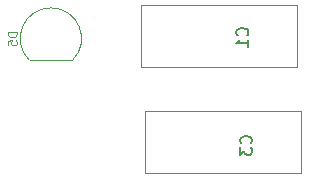
<source format=gbr>
%TF.GenerationSoftware,KiCad,Pcbnew,9.0.1*%
%TF.CreationDate,2025-07-04T12:29:26+03:00*%
%TF.ProjectId,Fan,46616e2e-6b69-4636-9164-5f7063625858,rev?*%
%TF.SameCoordinates,Original*%
%TF.FileFunction,Legend,Bot*%
%TF.FilePolarity,Positive*%
%FSLAX46Y46*%
G04 Gerber Fmt 4.6, Leading zero omitted, Abs format (unit mm)*
G04 Created by KiCad (PCBNEW 9.0.1) date 2025-07-04 12:29:26*
%MOMM*%
%LPD*%
G01*
G04 APERTURE LIST*
%ADD10C,0.150000*%
%ADD11C,0.093750*%
%ADD12C,0.100000*%
%ADD13C,0.120000*%
G04 APERTURE END LIST*
D10*
X126984580Y-54733333D02*
X127032200Y-54685714D01*
X127032200Y-54685714D02*
X127079819Y-54542857D01*
X127079819Y-54542857D02*
X127079819Y-54447619D01*
X127079819Y-54447619D02*
X127032200Y-54304762D01*
X127032200Y-54304762D02*
X126936961Y-54209524D01*
X126936961Y-54209524D02*
X126841723Y-54161905D01*
X126841723Y-54161905D02*
X126651247Y-54114286D01*
X126651247Y-54114286D02*
X126508390Y-54114286D01*
X126508390Y-54114286D02*
X126317914Y-54161905D01*
X126317914Y-54161905D02*
X126222676Y-54209524D01*
X126222676Y-54209524D02*
X126127438Y-54304762D01*
X126127438Y-54304762D02*
X126079819Y-54447619D01*
X126079819Y-54447619D02*
X126079819Y-54542857D01*
X126079819Y-54542857D02*
X126127438Y-54685714D01*
X126127438Y-54685714D02*
X126175057Y-54733333D01*
X127079819Y-55685714D02*
X127079819Y-55114286D01*
X127079819Y-55400000D02*
X126079819Y-55400000D01*
X126079819Y-55400000D02*
X126222676Y-55304762D01*
X126222676Y-55304762D02*
X126317914Y-55209524D01*
X126317914Y-55209524D02*
X126365533Y-55114286D01*
X127284580Y-63883333D02*
X127332200Y-63835714D01*
X127332200Y-63835714D02*
X127379819Y-63692857D01*
X127379819Y-63692857D02*
X127379819Y-63597619D01*
X127379819Y-63597619D02*
X127332200Y-63454762D01*
X127332200Y-63454762D02*
X127236961Y-63359524D01*
X127236961Y-63359524D02*
X127141723Y-63311905D01*
X127141723Y-63311905D02*
X126951247Y-63264286D01*
X126951247Y-63264286D02*
X126808390Y-63264286D01*
X126808390Y-63264286D02*
X126617914Y-63311905D01*
X126617914Y-63311905D02*
X126522676Y-63359524D01*
X126522676Y-63359524D02*
X126427438Y-63454762D01*
X126427438Y-63454762D02*
X126379819Y-63597619D01*
X126379819Y-63597619D02*
X126379819Y-63692857D01*
X126379819Y-63692857D02*
X126427438Y-63835714D01*
X126427438Y-63835714D02*
X126475057Y-63883333D01*
X126379819Y-64216667D02*
X126379819Y-64835714D01*
X126379819Y-64835714D02*
X126760771Y-64502381D01*
X126760771Y-64502381D02*
X126760771Y-64645238D01*
X126760771Y-64645238D02*
X126808390Y-64740476D01*
X126808390Y-64740476D02*
X126856009Y-64788095D01*
X126856009Y-64788095D02*
X126951247Y-64835714D01*
X126951247Y-64835714D02*
X127189342Y-64835714D01*
X127189342Y-64835714D02*
X127284580Y-64788095D01*
X127284580Y-64788095D02*
X127332200Y-64740476D01*
X127332200Y-64740476D02*
X127379819Y-64645238D01*
X127379819Y-64645238D02*
X127379819Y-64359524D01*
X127379819Y-64359524D02*
X127332200Y-64264286D01*
X127332200Y-64264286D02*
X127284580Y-64216667D01*
D11*
X107482089Y-54446428D02*
X106732089Y-54446428D01*
X106732089Y-54446428D02*
X106732089Y-54624999D01*
X106732089Y-54624999D02*
X106767803Y-54732142D01*
X106767803Y-54732142D02*
X106839232Y-54803571D01*
X106839232Y-54803571D02*
X106910660Y-54839285D01*
X106910660Y-54839285D02*
X107053517Y-54874999D01*
X107053517Y-54874999D02*
X107160660Y-54874999D01*
X107160660Y-54874999D02*
X107303517Y-54839285D01*
X107303517Y-54839285D02*
X107374946Y-54803571D01*
X107374946Y-54803571D02*
X107446375Y-54732142D01*
X107446375Y-54732142D02*
X107482089Y-54624999D01*
X107482089Y-54624999D02*
X107482089Y-54446428D01*
X106732089Y-55553571D02*
X106732089Y-55196428D01*
X106732089Y-55196428D02*
X107089232Y-55160714D01*
X107089232Y-55160714D02*
X107053517Y-55196428D01*
X107053517Y-55196428D02*
X107017803Y-55267857D01*
X107017803Y-55267857D02*
X107017803Y-55446428D01*
X107017803Y-55446428D02*
X107053517Y-55517857D01*
X107053517Y-55517857D02*
X107089232Y-55553571D01*
X107089232Y-55553571D02*
X107160660Y-55589285D01*
X107160660Y-55589285D02*
X107339232Y-55589285D01*
X107339232Y-55589285D02*
X107410660Y-55553571D01*
X107410660Y-55553571D02*
X107446375Y-55517857D01*
X107446375Y-55517857D02*
X107482089Y-55446428D01*
X107482089Y-55446428D02*
X107482089Y-55267857D01*
X107482089Y-55267857D02*
X107446375Y-55196428D01*
X107446375Y-55196428D02*
X107410660Y-55160714D01*
%TO.C,C1*%
D12*
X118000000Y-52150000D02*
X131250000Y-52150000D01*
X131250000Y-57400000D01*
X118000000Y-57400000D01*
X118000000Y-52150000D01*
%TO.C,C3*%
X118300000Y-61150000D02*
X131550000Y-61150000D01*
X131550000Y-66400000D01*
X118300000Y-66400000D01*
X118300000Y-61150000D01*
D13*
%TO.C,D5*%
X112170000Y-56850000D02*
X108570000Y-56850000D01*
X108531522Y-56838478D02*
G75*
G02*
X110370000Y-52399999I1838478J1838478D01*
G01*
X110370000Y-52400000D02*
G75*
G02*
X112208478Y-56838478I0J-2600000D01*
G01*
%TD*%
M02*

</source>
